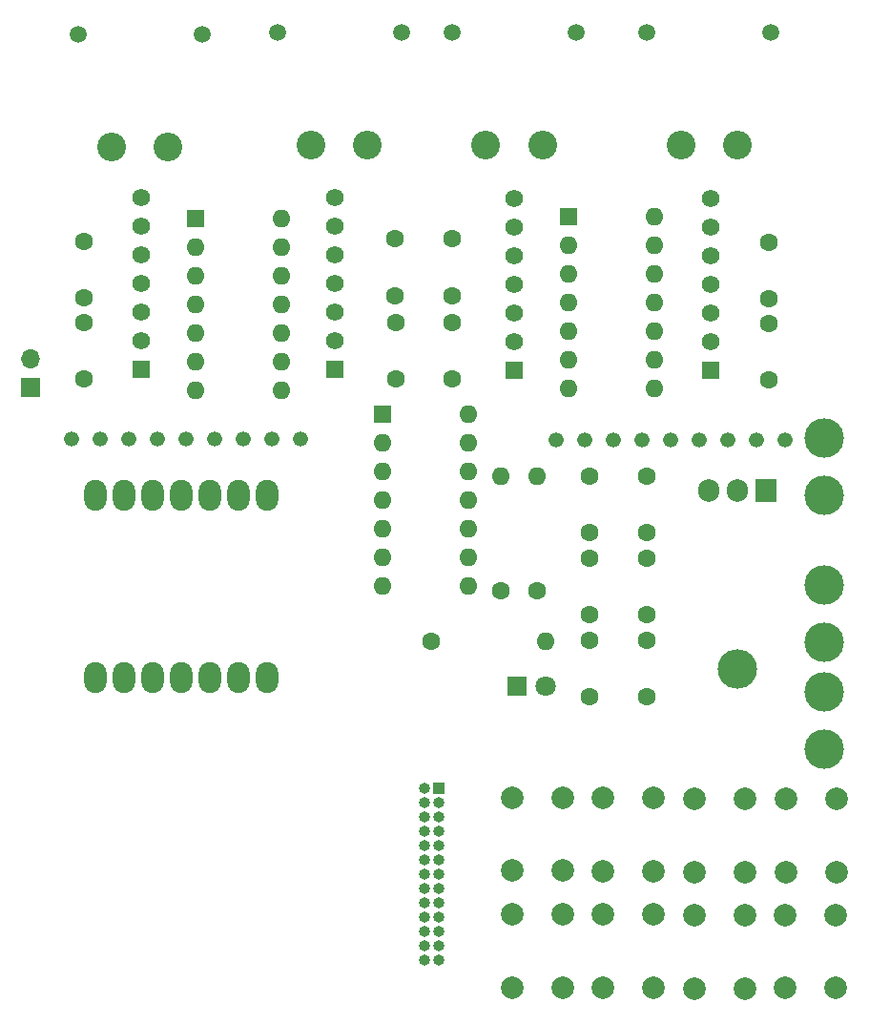
<source format=gbr>
%TF.GenerationSoftware,KiCad,Pcbnew,8.0.3*%
%TF.CreationDate,2024-06-19T09:50:18+09:00*%
%TF.ProjectId,md2,6d64322e-6b69-4636-9164-5f7063625858,rev?*%
%TF.SameCoordinates,Original*%
%TF.FileFunction,Soldermask,Top*%
%TF.FilePolarity,Negative*%
%FSLAX46Y46*%
G04 Gerber Fmt 4.6, Leading zero omitted, Abs format (unit mm)*
G04 Created by KiCad (PCBNEW 8.0.3) date 2024-06-19 09:50:18*
%MOMM*%
%LPD*%
G01*
G04 APERTURE LIST*
%ADD10R,1.575000X1.575000*%
%ADD11C,1.575000*%
%ADD12C,1.600000*%
%ADD13O,1.600000X1.600000*%
%ADD14C,2.000000*%
%ADD15R,1.600000X1.600000*%
%ADD16O,3.500000X3.500000*%
%ADD17R,1.905000X2.000000*%
%ADD18O,1.905000X2.000000*%
%ADD19R,1.700000X1.700000*%
%ADD20O,1.700000X1.700000*%
%ADD21C,3.500000*%
%ADD22C,2.550000*%
%ADD23C,1.500000*%
%ADD24C,1.340000*%
%ADD25R,1.000000X1.000000*%
%ADD26O,1.000000X1.000000*%
%ADD27O,1.998980X2.748280*%
%ADD28R,1.800000X1.800000*%
%ADD29C,1.800000*%
G04 APERTURE END LIST*
D10*
%TO.C,IC6*%
X151700000Y-83700000D03*
D11*
X151700000Y-81160000D03*
X151700000Y-78620000D03*
X151700000Y-76080000D03*
X151700000Y-73540000D03*
X151700000Y-71000000D03*
X151700000Y-68460000D03*
%TD*%
D12*
%TO.C,C15*%
X174300000Y-77400000D03*
X174300000Y-72400000D03*
%TD*%
%TO.C,R6*%
X153750000Y-103330000D03*
D13*
X153750000Y-93170000D03*
%TD*%
D12*
%TO.C,C2*%
X163499000Y-98126000D03*
X163499000Y-93126000D03*
%TD*%
D14*
%TO.C,SW7*%
X175721000Y-138552000D03*
X175721000Y-132052000D03*
X180221000Y-138552000D03*
X180221000Y-132052000D03*
%TD*%
D12*
%TO.C,C18*%
X146200000Y-84500000D03*
X146200000Y-79500000D03*
%TD*%
D15*
%TO.C,IC3*%
X140000000Y-87600000D03*
D13*
X140000000Y-90140000D03*
X140000000Y-92680000D03*
X140000000Y-95220000D03*
X140000000Y-97760000D03*
X140000000Y-100300000D03*
X140000000Y-102840000D03*
X147620000Y-102840000D03*
X147620000Y-100300000D03*
X147620000Y-97760000D03*
X147620000Y-95220000D03*
X147620000Y-92680000D03*
X147620000Y-90140000D03*
X147620000Y-87600000D03*
%TD*%
D12*
%TO.C,C1*%
X158419000Y-98126000D03*
X158419000Y-93126000D03*
%TD*%
D16*
%TO.C,U1*%
X171500000Y-110250000D03*
D17*
X174040000Y-94450000D03*
D18*
X171500000Y-94450000D03*
X168960000Y-94450000D03*
%TD*%
D19*
%TO.C,J1*%
X108750000Y-85250000D03*
D20*
X108750000Y-82710000D03*
%TD*%
D12*
%TO.C,C7*%
X158419000Y-107691000D03*
X158419000Y-112691000D03*
%TD*%
D14*
%TO.C,SW2*%
X151514800Y-128138000D03*
X151514800Y-121638000D03*
X156014800Y-128138000D03*
X156014800Y-121638000D03*
%TD*%
D21*
%TO.C,J9*%
X179250000Y-102750000D03*
X179250000Y-107830000D03*
%TD*%
D10*
%TO.C,IC7*%
X169100000Y-83740000D03*
D11*
X169100000Y-81200000D03*
X169100000Y-78660000D03*
X169100000Y-76120000D03*
X169100000Y-73580000D03*
X169100000Y-71040000D03*
X169100000Y-68500000D03*
%TD*%
D21*
%TO.C,J10*%
X179250000Y-112250000D03*
X179250000Y-117330000D03*
%TD*%
D14*
%TO.C,SW4*%
X159600000Y-128175000D03*
X159600000Y-121675000D03*
X164100000Y-128175000D03*
X164100000Y-121675000D03*
%TD*%
D12*
%TO.C,C13*%
X113500000Y-77300000D03*
X113500000Y-72300000D03*
%TD*%
%TO.C,C6*%
X163499000Y-107731000D03*
X163499000Y-112731000D03*
%TD*%
%TO.C,R12*%
X144340000Y-107750000D03*
D13*
X154500000Y-107750000D03*
%TD*%
D14*
%TO.C,SW6*%
X167720000Y-128265000D03*
X167720000Y-121765000D03*
X172220000Y-128265000D03*
X172220000Y-121765000D03*
%TD*%
D12*
%TO.C,C14*%
X113500000Y-84500000D03*
X113500000Y-79500000D03*
%TD*%
D22*
%TO.C,J8*%
X166500000Y-63800000D03*
X171500000Y-63800000D03*
D23*
X174500000Y-53800000D03*
X163500000Y-53800000D03*
%TD*%
D24*
%TO.C,RN1*%
X112380000Y-89800000D03*
X114920000Y-89800000D03*
X117460000Y-89800000D03*
X120000000Y-89800000D03*
X122540000Y-89800000D03*
X125080000Y-89800000D03*
X127620000Y-89800000D03*
X130160000Y-89800000D03*
X132700000Y-89800000D03*
%TD*%
D14*
%TO.C,SW5*%
X167720000Y-138575000D03*
X167720000Y-132075000D03*
X172220000Y-138575000D03*
X172220000Y-132075000D03*
%TD*%
D12*
%TO.C,C4*%
X141200000Y-84500000D03*
X141200000Y-79500000D03*
%TD*%
%TO.C,C8*%
X141100000Y-77100000D03*
X141100000Y-72100000D03*
%TD*%
D25*
%TO.C,J3*%
X145000000Y-120840000D03*
D26*
X143730000Y-120840000D03*
X145000000Y-122110000D03*
X143730000Y-122110000D03*
X145000000Y-123380000D03*
X143730000Y-123380000D03*
X145000000Y-124650000D03*
X143730000Y-124650000D03*
X145000000Y-125920000D03*
X143730000Y-125920000D03*
X145000000Y-127190000D03*
X143730000Y-127190000D03*
X145000000Y-128460000D03*
X143730000Y-128460000D03*
X145000000Y-129730000D03*
X143730000Y-129730000D03*
X145000000Y-131000000D03*
X143730000Y-131000000D03*
X145000000Y-132270000D03*
X143730000Y-132270000D03*
X145000000Y-133540000D03*
X143730000Y-133540000D03*
X145000000Y-134810000D03*
X143730000Y-134810000D03*
X145000000Y-136080000D03*
X143730000Y-136080000D03*
%TD*%
D12*
%TO.C,C5*%
X163499000Y-105405000D03*
X163499000Y-100405000D03*
%TD*%
%TO.C,C3*%
X158419000Y-105405000D03*
X158419000Y-100405000D03*
%TD*%
D24*
%TO.C,RN2*%
X175720000Y-89900000D03*
X173180000Y-89900000D03*
X170640000Y-89900000D03*
X168100000Y-89900000D03*
X165560000Y-89900000D03*
X163020000Y-89900000D03*
X160480000Y-89900000D03*
X157940000Y-89900000D03*
X155400000Y-89900000D03*
%TD*%
D15*
%TO.C,IC1*%
X123400000Y-70275000D03*
D13*
X123400000Y-72815000D03*
X123400000Y-75355000D03*
X123400000Y-77895000D03*
X123400000Y-80435000D03*
X123400000Y-82975000D03*
X123400000Y-85515000D03*
X131020000Y-85515000D03*
X131020000Y-82975000D03*
X131020000Y-80435000D03*
X131020000Y-77895000D03*
X131020000Y-75355000D03*
X131020000Y-72815000D03*
X131020000Y-70275000D03*
%TD*%
D10*
%TO.C,IC4*%
X118600000Y-83620000D03*
D11*
X118600000Y-81080000D03*
X118600000Y-78540000D03*
X118600000Y-76000000D03*
X118600000Y-73460000D03*
X118600000Y-70920000D03*
X118600000Y-68380000D03*
%TD*%
D12*
%TO.C,R7*%
X150500000Y-103330000D03*
D13*
X150500000Y-93170000D03*
%TD*%
D27*
%TO.C,U2*%
X114500490Y-111031290D03*
X117040490Y-111031290D03*
X119580490Y-111031290D03*
X122120490Y-111031290D03*
X124660490Y-111031290D03*
X127200490Y-111031290D03*
X129740490Y-111031290D03*
X129740490Y-94866730D03*
X127200490Y-94866730D03*
X124660490Y-94866730D03*
X122120490Y-94866730D03*
X119580490Y-94866730D03*
X117040490Y-94866730D03*
X114500490Y-94866730D03*
%TD*%
D21*
%TO.C,SW9*%
X179250000Y-94830000D03*
X179250000Y-89750000D03*
%TD*%
D15*
%TO.C,IC2*%
X156500000Y-70140000D03*
D13*
X156500000Y-72680000D03*
X156500000Y-75220000D03*
X156500000Y-77760000D03*
X156500000Y-80300000D03*
X156500000Y-82840000D03*
X156500000Y-85380000D03*
X164120000Y-85380000D03*
X164120000Y-82840000D03*
X164120000Y-80300000D03*
X164120000Y-77760000D03*
X164120000Y-75220000D03*
X164120000Y-72680000D03*
X164120000Y-70140000D03*
%TD*%
D28*
%TO.C,D1*%
X151960000Y-111750000D03*
D29*
X154500000Y-111750000D03*
%TD*%
D22*
%TO.C,J7*%
X149200000Y-63800000D03*
X154200000Y-63800000D03*
D23*
X157200000Y-53800000D03*
X146200000Y-53800000D03*
%TD*%
D22*
%TO.C,J5*%
X116000000Y-63900000D03*
X121000000Y-63900000D03*
D23*
X124000000Y-53900000D03*
X113000000Y-53900000D03*
%TD*%
D10*
%TO.C,IC5*%
X135800000Y-83640000D03*
D11*
X135800000Y-81100000D03*
X135800000Y-78560000D03*
X135800000Y-76020000D03*
X135800000Y-73480000D03*
X135800000Y-70940000D03*
X135800000Y-68400000D03*
%TD*%
D14*
%TO.C,SW3*%
X159600000Y-138500000D03*
X159600000Y-132000000D03*
X164100000Y-138500000D03*
X164100000Y-132000000D03*
%TD*%
%TO.C,SW1*%
X151500000Y-138500000D03*
X151500000Y-132000000D03*
X156000000Y-138500000D03*
X156000000Y-132000000D03*
%TD*%
D22*
%TO.C,J6*%
X133700000Y-63800000D03*
X138700000Y-63800000D03*
D23*
X141700000Y-53800000D03*
X130700000Y-53800000D03*
%TD*%
D12*
%TO.C,C17*%
X146200000Y-77100000D03*
X146200000Y-72100000D03*
%TD*%
D14*
%TO.C,SW8*%
X175848000Y-128265000D03*
X175848000Y-121765000D03*
X180348000Y-128265000D03*
X180348000Y-121765000D03*
%TD*%
D12*
%TO.C,C16*%
X174300000Y-84600000D03*
X174300000Y-79600000D03*
%TD*%
M02*

</source>
